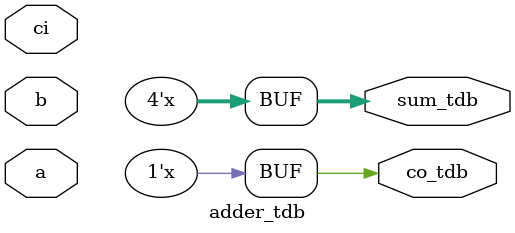
<source format=v>
module adder_tdb (co_tdb, sum_tdb, a, b, ci);
   output co_tdb;
   output [3:0] sum_tdb;
   input [3:0] 	a, b;
   input ci;
   reg co_tdb;
   reg [3:0] sum_tdb;
   reg [4:0] tmp;
   // ...
   always @(a or b or ci) begin
      tmp <= #12 a + b + ci;
      {co_tdb, sum_tdb} <= tmp;
   end
endmodule 

</source>
